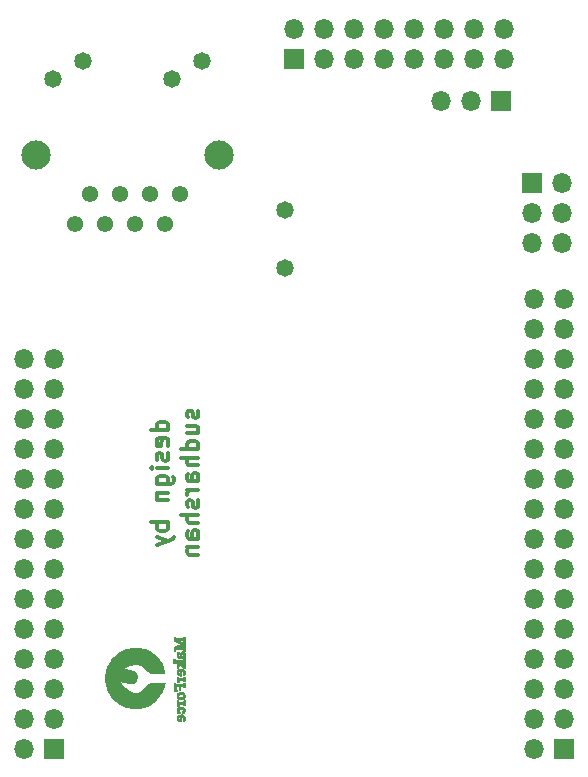
<source format=gbr>
G04 #@! TF.FileFunction,Soldermask,Bot*
%FSLAX46Y46*%
G04 Gerber Fmt 4.6, Leading zero omitted, Abs format (unit mm)*
G04 Created by KiCad (PCBNEW 4.0.5) date 2017 May 23, Tuesday 21:15:10*
%MOMM*%
%LPD*%
G01*
G04 APERTURE LIST*
%ADD10C,0.100000*%
%ADD11C,0.300000*%
%ADD12C,0.010000*%
%ADD13R,1.680000X1.680000*%
%ADD14O,1.680000X1.680000*%
%ADD15C,1.480000*%
%ADD16C,1.380000*%
%ADD17C,2.480000*%
G04 APERTURE END LIST*
D10*
D11*
X134023571Y-94595714D02*
X132523571Y-94595714D01*
X133952143Y-94595714D02*
X134023571Y-94452857D01*
X134023571Y-94167143D01*
X133952143Y-94024285D01*
X133880714Y-93952857D01*
X133737857Y-93881428D01*
X133309286Y-93881428D01*
X133166429Y-93952857D01*
X133095000Y-94024285D01*
X133023571Y-94167143D01*
X133023571Y-94452857D01*
X133095000Y-94595714D01*
X133952143Y-95881428D02*
X134023571Y-95738571D01*
X134023571Y-95452857D01*
X133952143Y-95310000D01*
X133809286Y-95238571D01*
X133237857Y-95238571D01*
X133095000Y-95310000D01*
X133023571Y-95452857D01*
X133023571Y-95738571D01*
X133095000Y-95881428D01*
X133237857Y-95952857D01*
X133380714Y-95952857D01*
X133523571Y-95238571D01*
X133952143Y-96524285D02*
X134023571Y-96667142D01*
X134023571Y-96952857D01*
X133952143Y-97095714D01*
X133809286Y-97167142D01*
X133737857Y-97167142D01*
X133595000Y-97095714D01*
X133523571Y-96952857D01*
X133523571Y-96738571D01*
X133452143Y-96595714D01*
X133309286Y-96524285D01*
X133237857Y-96524285D01*
X133095000Y-96595714D01*
X133023571Y-96738571D01*
X133023571Y-96952857D01*
X133095000Y-97095714D01*
X134023571Y-97810000D02*
X133023571Y-97810000D01*
X132523571Y-97810000D02*
X132595000Y-97738571D01*
X132666429Y-97810000D01*
X132595000Y-97881428D01*
X132523571Y-97810000D01*
X132666429Y-97810000D01*
X133023571Y-99167143D02*
X134237857Y-99167143D01*
X134380714Y-99095714D01*
X134452143Y-99024286D01*
X134523571Y-98881429D01*
X134523571Y-98667143D01*
X134452143Y-98524286D01*
X133952143Y-99167143D02*
X134023571Y-99024286D01*
X134023571Y-98738572D01*
X133952143Y-98595714D01*
X133880714Y-98524286D01*
X133737857Y-98452857D01*
X133309286Y-98452857D01*
X133166429Y-98524286D01*
X133095000Y-98595714D01*
X133023571Y-98738572D01*
X133023571Y-99024286D01*
X133095000Y-99167143D01*
X133023571Y-99881429D02*
X134023571Y-99881429D01*
X133166429Y-99881429D02*
X133095000Y-99952857D01*
X133023571Y-100095715D01*
X133023571Y-100310000D01*
X133095000Y-100452857D01*
X133237857Y-100524286D01*
X134023571Y-100524286D01*
X134023571Y-102381429D02*
X132523571Y-102381429D01*
X133095000Y-102381429D02*
X133023571Y-102524286D01*
X133023571Y-102810000D01*
X133095000Y-102952857D01*
X133166429Y-103024286D01*
X133309286Y-103095715D01*
X133737857Y-103095715D01*
X133880714Y-103024286D01*
X133952143Y-102952857D01*
X134023571Y-102810000D01*
X134023571Y-102524286D01*
X133952143Y-102381429D01*
X133023571Y-103595715D02*
X134023571Y-103952858D01*
X133023571Y-104310000D02*
X134023571Y-103952858D01*
X134380714Y-103810000D01*
X134452143Y-103738572D01*
X134523571Y-103595715D01*
X136502143Y-92917142D02*
X136573571Y-93059999D01*
X136573571Y-93345714D01*
X136502143Y-93488571D01*
X136359286Y-93559999D01*
X136287857Y-93559999D01*
X136145000Y-93488571D01*
X136073571Y-93345714D01*
X136073571Y-93131428D01*
X136002143Y-92988571D01*
X135859286Y-92917142D01*
X135787857Y-92917142D01*
X135645000Y-92988571D01*
X135573571Y-93131428D01*
X135573571Y-93345714D01*
X135645000Y-93488571D01*
X135573571Y-94845714D02*
X136573571Y-94845714D01*
X135573571Y-94202857D02*
X136359286Y-94202857D01*
X136502143Y-94274285D01*
X136573571Y-94417143D01*
X136573571Y-94631428D01*
X136502143Y-94774285D01*
X136430714Y-94845714D01*
X136573571Y-96202857D02*
X135073571Y-96202857D01*
X136502143Y-96202857D02*
X136573571Y-96060000D01*
X136573571Y-95774286D01*
X136502143Y-95631428D01*
X136430714Y-95560000D01*
X136287857Y-95488571D01*
X135859286Y-95488571D01*
X135716429Y-95560000D01*
X135645000Y-95631428D01*
X135573571Y-95774286D01*
X135573571Y-96060000D01*
X135645000Y-96202857D01*
X136573571Y-96917143D02*
X135073571Y-96917143D01*
X136573571Y-97560000D02*
X135787857Y-97560000D01*
X135645000Y-97488571D01*
X135573571Y-97345714D01*
X135573571Y-97131429D01*
X135645000Y-96988571D01*
X135716429Y-96917143D01*
X136573571Y-98917143D02*
X135787857Y-98917143D01*
X135645000Y-98845714D01*
X135573571Y-98702857D01*
X135573571Y-98417143D01*
X135645000Y-98274286D01*
X136502143Y-98917143D02*
X136573571Y-98774286D01*
X136573571Y-98417143D01*
X136502143Y-98274286D01*
X136359286Y-98202857D01*
X136216429Y-98202857D01*
X136073571Y-98274286D01*
X136002143Y-98417143D01*
X136002143Y-98774286D01*
X135930714Y-98917143D01*
X136573571Y-99631429D02*
X135573571Y-99631429D01*
X135859286Y-99631429D02*
X135716429Y-99702857D01*
X135645000Y-99774286D01*
X135573571Y-99917143D01*
X135573571Y-100060000D01*
X136502143Y-100488571D02*
X136573571Y-100631428D01*
X136573571Y-100917143D01*
X136502143Y-101060000D01*
X136359286Y-101131428D01*
X136287857Y-101131428D01*
X136145000Y-101060000D01*
X136073571Y-100917143D01*
X136073571Y-100702857D01*
X136002143Y-100560000D01*
X135859286Y-100488571D01*
X135787857Y-100488571D01*
X135645000Y-100560000D01*
X135573571Y-100702857D01*
X135573571Y-100917143D01*
X135645000Y-101060000D01*
X136573571Y-101774286D02*
X135073571Y-101774286D01*
X136573571Y-102417143D02*
X135787857Y-102417143D01*
X135645000Y-102345714D01*
X135573571Y-102202857D01*
X135573571Y-101988572D01*
X135645000Y-101845714D01*
X135716429Y-101774286D01*
X136573571Y-103774286D02*
X135787857Y-103774286D01*
X135645000Y-103702857D01*
X135573571Y-103560000D01*
X135573571Y-103274286D01*
X135645000Y-103131429D01*
X136502143Y-103774286D02*
X136573571Y-103631429D01*
X136573571Y-103274286D01*
X136502143Y-103131429D01*
X136359286Y-103060000D01*
X136216429Y-103060000D01*
X136073571Y-103131429D01*
X136002143Y-103274286D01*
X136002143Y-103631429D01*
X135930714Y-103774286D01*
X135573571Y-104488572D02*
X136573571Y-104488572D01*
X135716429Y-104488572D02*
X135645000Y-104560000D01*
X135573571Y-104702858D01*
X135573571Y-104917143D01*
X135645000Y-105060000D01*
X135787857Y-105131429D01*
X136573571Y-105131429D01*
D12*
G36*
X134715227Y-113626900D02*
X134722651Y-113692661D01*
X134738306Y-113746396D01*
X134763528Y-113791545D01*
X134791942Y-113824236D01*
X134811621Y-113842369D01*
X134830868Y-113856522D01*
X134852077Y-113867180D01*
X134877640Y-113874832D01*
X134909947Y-113879965D01*
X134951392Y-113883065D01*
X135004367Y-113884620D01*
X135071263Y-113885117D01*
X135090964Y-113885133D01*
X135152280Y-113885198D01*
X135198723Y-113885509D01*
X135232353Y-113886243D01*
X135255228Y-113887577D01*
X135269410Y-113889688D01*
X135276957Y-113892752D01*
X135279930Y-113896945D01*
X135280400Y-113901374D01*
X135282355Y-113923342D01*
X135290476Y-113936326D01*
X135308145Y-113942584D01*
X135338743Y-113944377D01*
X135344806Y-113944400D01*
X135398933Y-113944400D01*
X135398933Y-113725580D01*
X135369402Y-113715833D01*
X135339870Y-113706087D01*
X135365645Y-113674014D01*
X135394096Y-113625922D01*
X135410733Y-113569633D01*
X135414893Y-113509696D01*
X135405909Y-113450662D01*
X135400698Y-113434214D01*
X135374548Y-113384079D01*
X135337089Y-113346176D01*
X135289505Y-113321308D01*
X135232980Y-113310275D01*
X135216900Y-113309772D01*
X135201369Y-113311558D01*
X135201369Y-113497224D01*
X135227667Y-113499852D01*
X135251151Y-113516448D01*
X135267160Y-113543609D01*
X135272339Y-113579361D01*
X135266181Y-113618874D01*
X135262928Y-113628465D01*
X135250669Y-113651188D01*
X135233076Y-113674125D01*
X135231710Y-113675583D01*
X135215183Y-113689887D01*
X135196798Y-113696836D01*
X135169593Y-113698842D01*
X135164516Y-113698867D01*
X135119533Y-113698867D01*
X135119533Y-113639328D01*
X135123325Y-113585444D01*
X135135006Y-113545574D01*
X135155035Y-113518515D01*
X135169246Y-113508929D01*
X135201369Y-113497224D01*
X135201369Y-113311558D01*
X135162380Y-113316042D01*
X135115200Y-113333968D01*
X135079730Y-113361305D01*
X135052883Y-113401250D01*
X135032027Y-113455182D01*
X135017685Y-113521062D01*
X135010382Y-113596851D01*
X135009530Y-113634426D01*
X135009466Y-113701218D01*
X134960036Y-113696736D01*
X134918232Y-113690110D01*
X134889704Y-113678062D01*
X134871203Y-113658866D01*
X134864709Y-113646077D01*
X134856611Y-113614389D01*
X134855560Y-113579748D01*
X134860667Y-113546478D01*
X134871045Y-113518902D01*
X134885804Y-113501344D01*
X134895231Y-113497557D01*
X134921508Y-113493434D01*
X134937727Y-113488354D01*
X134946306Y-113478688D01*
X134949665Y-113460808D01*
X134950221Y-113431084D01*
X134950200Y-113415072D01*
X134950200Y-113343267D01*
X134789577Y-113343267D01*
X134764660Y-113392627D01*
X134734125Y-113465903D01*
X134717928Y-113538692D01*
X134714795Y-113617031D01*
X134715227Y-113626900D01*
X134715227Y-113626900D01*
G37*
X134715227Y-113626900D02*
X134722651Y-113692661D01*
X134738306Y-113746396D01*
X134763528Y-113791545D01*
X134791942Y-113824236D01*
X134811621Y-113842369D01*
X134830868Y-113856522D01*
X134852077Y-113867180D01*
X134877640Y-113874832D01*
X134909947Y-113879965D01*
X134951392Y-113883065D01*
X135004367Y-113884620D01*
X135071263Y-113885117D01*
X135090964Y-113885133D01*
X135152280Y-113885198D01*
X135198723Y-113885509D01*
X135232353Y-113886243D01*
X135255228Y-113887577D01*
X135269410Y-113889688D01*
X135276957Y-113892752D01*
X135279930Y-113896945D01*
X135280400Y-113901374D01*
X135282355Y-113923342D01*
X135290476Y-113936326D01*
X135308145Y-113942584D01*
X135338743Y-113944377D01*
X135344806Y-113944400D01*
X135398933Y-113944400D01*
X135398933Y-113725580D01*
X135369402Y-113715833D01*
X135339870Y-113706087D01*
X135365645Y-113674014D01*
X135394096Y-113625922D01*
X135410733Y-113569633D01*
X135414893Y-113509696D01*
X135405909Y-113450662D01*
X135400698Y-113434214D01*
X135374548Y-113384079D01*
X135337089Y-113346176D01*
X135289505Y-113321308D01*
X135232980Y-113310275D01*
X135216900Y-113309772D01*
X135201369Y-113311558D01*
X135201369Y-113497224D01*
X135227667Y-113499852D01*
X135251151Y-113516448D01*
X135267160Y-113543609D01*
X135272339Y-113579361D01*
X135266181Y-113618874D01*
X135262928Y-113628465D01*
X135250669Y-113651188D01*
X135233076Y-113674125D01*
X135231710Y-113675583D01*
X135215183Y-113689887D01*
X135196798Y-113696836D01*
X135169593Y-113698842D01*
X135164516Y-113698867D01*
X135119533Y-113698867D01*
X135119533Y-113639328D01*
X135123325Y-113585444D01*
X135135006Y-113545574D01*
X135155035Y-113518515D01*
X135169246Y-113508929D01*
X135201369Y-113497224D01*
X135201369Y-113311558D01*
X135162380Y-113316042D01*
X135115200Y-113333968D01*
X135079730Y-113361305D01*
X135052883Y-113401250D01*
X135032027Y-113455182D01*
X135017685Y-113521062D01*
X135010382Y-113596851D01*
X135009530Y-113634426D01*
X135009466Y-113701218D01*
X134960036Y-113696736D01*
X134918232Y-113690110D01*
X134889704Y-113678062D01*
X134871203Y-113658866D01*
X134864709Y-113646077D01*
X134856611Y-113614389D01*
X134855560Y-113579748D01*
X134860667Y-113546478D01*
X134871045Y-113518902D01*
X134885804Y-113501344D01*
X134895231Y-113497557D01*
X134921508Y-113493434D01*
X134937727Y-113488354D01*
X134946306Y-113478688D01*
X134949665Y-113460808D01*
X134950221Y-113431084D01*
X134950200Y-113415072D01*
X134950200Y-113343267D01*
X134789577Y-113343267D01*
X134764660Y-113392627D01*
X134734125Y-113465903D01*
X134717928Y-113538692D01*
X134714795Y-113617031D01*
X134715227Y-113626900D01*
G36*
X134720053Y-115143133D02*
X134740681Y-115206271D01*
X134774826Y-115259505D01*
X134822292Y-115302458D01*
X134838041Y-115312650D01*
X134887777Y-115336046D01*
X134945952Y-115350852D01*
X135015430Y-115357689D01*
X135048979Y-115358333D01*
X135119533Y-115358333D01*
X135119533Y-115159366D01*
X135119580Y-115096388D01*
X135119836Y-115048327D01*
X135120477Y-115013170D01*
X135121675Y-114988902D01*
X135123606Y-114973506D01*
X135126444Y-114964969D01*
X135130363Y-114961276D01*
X135135537Y-114960411D01*
X135136738Y-114960400D01*
X135167625Y-114966772D01*
X135201178Y-114983540D01*
X135230416Y-115007186D01*
X135231225Y-115008040D01*
X135252704Y-115042572D01*
X135264119Y-115087351D01*
X135265357Y-115138924D01*
X135256307Y-115193839D01*
X135238825Y-115244289D01*
X135228758Y-115268034D01*
X135222349Y-115285042D01*
X135221133Y-115289792D01*
X135228402Y-115296535D01*
X135246966Y-115306389D01*
X135271963Y-115317401D01*
X135298530Y-115327616D01*
X135321804Y-115335082D01*
X135336923Y-115337844D01*
X135339424Y-115337316D01*
X135351400Y-115323553D01*
X135365681Y-115297774D01*
X135380354Y-115264365D01*
X135393506Y-115227711D01*
X135403222Y-115192194D01*
X135403672Y-115190110D01*
X135413987Y-115111394D01*
X135411696Y-115035480D01*
X135402374Y-114985800D01*
X135377012Y-114922135D01*
X135337532Y-114867239D01*
X135284827Y-114822046D01*
X135219790Y-114787490D01*
X135208433Y-114783060D01*
X135154267Y-114769181D01*
X135090922Y-114762993D01*
X135024282Y-114764457D01*
X134969575Y-114772208D01*
X134969575Y-114960209D01*
X134981565Y-114962395D01*
X134988426Y-114974918D01*
X134991589Y-114999627D01*
X134992486Y-115038370D01*
X134992533Y-115067315D01*
X134992533Y-115174231D01*
X134956550Y-115168680D01*
X134914488Y-115156050D01*
X134884667Y-115132386D01*
X134866280Y-115098625D01*
X134859435Y-115075206D01*
X134860019Y-115057309D01*
X134868622Y-115035567D01*
X134870513Y-115031658D01*
X134892924Y-115000822D01*
X134924477Y-114979450D01*
X134951023Y-114966510D01*
X134969575Y-114960209D01*
X134969575Y-114772208D01*
X134960234Y-114773532D01*
X134918235Y-114785031D01*
X134850035Y-114816254D01*
X134795322Y-114857644D01*
X134754315Y-114908897D01*
X134727234Y-114969708D01*
X134714298Y-115039771D01*
X134713133Y-115070466D01*
X134720053Y-115143133D01*
X134720053Y-115143133D01*
G37*
X134720053Y-115143133D02*
X134740681Y-115206271D01*
X134774826Y-115259505D01*
X134822292Y-115302458D01*
X134838041Y-115312650D01*
X134887777Y-115336046D01*
X134945952Y-115350852D01*
X135015430Y-115357689D01*
X135048979Y-115358333D01*
X135119533Y-115358333D01*
X135119533Y-115159366D01*
X135119580Y-115096388D01*
X135119836Y-115048327D01*
X135120477Y-115013170D01*
X135121675Y-114988902D01*
X135123606Y-114973506D01*
X135126444Y-114964969D01*
X135130363Y-114961276D01*
X135135537Y-114960411D01*
X135136738Y-114960400D01*
X135167625Y-114966772D01*
X135201178Y-114983540D01*
X135230416Y-115007186D01*
X135231225Y-115008040D01*
X135252704Y-115042572D01*
X135264119Y-115087351D01*
X135265357Y-115138924D01*
X135256307Y-115193839D01*
X135238825Y-115244289D01*
X135228758Y-115268034D01*
X135222349Y-115285042D01*
X135221133Y-115289792D01*
X135228402Y-115296535D01*
X135246966Y-115306389D01*
X135271963Y-115317401D01*
X135298530Y-115327616D01*
X135321804Y-115335082D01*
X135336923Y-115337844D01*
X135339424Y-115337316D01*
X135351400Y-115323553D01*
X135365681Y-115297774D01*
X135380354Y-115264365D01*
X135393506Y-115227711D01*
X135403222Y-115192194D01*
X135403672Y-115190110D01*
X135413987Y-115111394D01*
X135411696Y-115035480D01*
X135402374Y-114985800D01*
X135377012Y-114922135D01*
X135337532Y-114867239D01*
X135284827Y-114822046D01*
X135219790Y-114787490D01*
X135208433Y-114783060D01*
X135154267Y-114769181D01*
X135090922Y-114762993D01*
X135024282Y-114764457D01*
X134969575Y-114772208D01*
X134969575Y-114960209D01*
X134981565Y-114962395D01*
X134988426Y-114974918D01*
X134991589Y-114999627D01*
X134992486Y-115038370D01*
X134992533Y-115067315D01*
X134992533Y-115174231D01*
X134956550Y-115168680D01*
X134914488Y-115156050D01*
X134884667Y-115132386D01*
X134866280Y-115098625D01*
X134859435Y-115075206D01*
X134860019Y-115057309D01*
X134868622Y-115035567D01*
X134870513Y-115031658D01*
X134892924Y-115000822D01*
X134924477Y-114979450D01*
X134951023Y-114966510D01*
X134969575Y-114960209D01*
X134969575Y-114772208D01*
X134960234Y-114773532D01*
X134918235Y-114785031D01*
X134850035Y-114816254D01*
X134795322Y-114857644D01*
X134754315Y-114908897D01*
X134727234Y-114969708D01*
X134714298Y-115039771D01*
X134713133Y-115070466D01*
X134720053Y-115143133D01*
G36*
X134717929Y-117109058D02*
X134720041Y-117141419D01*
X134724338Y-117166027D01*
X134731455Y-117187460D01*
X134735846Y-117197503D01*
X134773269Y-117258998D01*
X134822992Y-117309461D01*
X134883468Y-117347607D01*
X134943069Y-117369626D01*
X134985162Y-117377062D01*
X135037153Y-117380770D01*
X135092419Y-117380751D01*
X135144339Y-117377004D01*
X135185930Y-117369626D01*
X135247906Y-117345649D01*
X135303803Y-117309567D01*
X135350574Y-117264055D01*
X135385168Y-117211788D01*
X135396644Y-117184826D01*
X135405664Y-117146912D01*
X135411024Y-117099184D01*
X135412475Y-117048414D01*
X135409768Y-117001374D01*
X135404506Y-116971233D01*
X135380542Y-116907072D01*
X135344284Y-116853609D01*
X135294660Y-116809585D01*
X135239347Y-116777780D01*
X135216278Y-116767174D01*
X135196958Y-116759831D01*
X135177457Y-116755152D01*
X135153850Y-116752538D01*
X135122209Y-116751389D01*
X135078607Y-116751106D01*
X135064500Y-116751100D01*
X135064500Y-116937367D01*
X135108489Y-116937874D01*
X135140032Y-116939825D01*
X135163598Y-116943860D01*
X135183656Y-116950619D01*
X135195733Y-116956183D01*
X135232880Y-116982422D01*
X135257123Y-117016337D01*
X135267543Y-117054875D01*
X135263221Y-117094981D01*
X135247378Y-117127867D01*
X135231531Y-117143817D01*
X135206915Y-117161276D01*
X135191060Y-117170200D01*
X135168838Y-117180301D01*
X135147400Y-117186611D01*
X135121673Y-117189978D01*
X135086586Y-117191251D01*
X135064500Y-117191367D01*
X135022991Y-117190809D01*
X134993323Y-117188572D01*
X134970423Y-117183806D01*
X134949218Y-117175664D01*
X134937940Y-117170200D01*
X134898602Y-117145270D01*
X134874421Y-117116872D01*
X134863654Y-117082597D01*
X134862711Y-117066269D01*
X134870153Y-117021891D01*
X134892339Y-116985787D01*
X134929058Y-116958285D01*
X134933082Y-116956237D01*
X134953241Y-116947534D01*
X134974205Y-116941944D01*
X135000452Y-116938825D01*
X135036460Y-116937532D01*
X135064500Y-116937367D01*
X135064500Y-116751100D01*
X135017056Y-116751253D01*
X134982617Y-116752114D01*
X134957257Y-116754280D01*
X134937048Y-116758352D01*
X134918063Y-116764928D01*
X134896374Y-116774608D01*
X134889653Y-116777780D01*
X134826702Y-116816031D01*
X134776477Y-116864828D01*
X134739807Y-116923368D01*
X134739786Y-116923414D01*
X134729616Y-116946899D01*
X134723060Y-116968395D01*
X134719348Y-116992750D01*
X134717708Y-117024808D01*
X134717366Y-117064367D01*
X134717929Y-117109058D01*
X134717929Y-117109058D01*
G37*
X134717929Y-117109058D02*
X134720041Y-117141419D01*
X134724338Y-117166027D01*
X134731455Y-117187460D01*
X134735846Y-117197503D01*
X134773269Y-117258998D01*
X134822992Y-117309461D01*
X134883468Y-117347607D01*
X134943069Y-117369626D01*
X134985162Y-117377062D01*
X135037153Y-117380770D01*
X135092419Y-117380751D01*
X135144339Y-117377004D01*
X135185930Y-117369626D01*
X135247906Y-117345649D01*
X135303803Y-117309567D01*
X135350574Y-117264055D01*
X135385168Y-117211788D01*
X135396644Y-117184826D01*
X135405664Y-117146912D01*
X135411024Y-117099184D01*
X135412475Y-117048414D01*
X135409768Y-117001374D01*
X135404506Y-116971233D01*
X135380542Y-116907072D01*
X135344284Y-116853609D01*
X135294660Y-116809585D01*
X135239347Y-116777780D01*
X135216278Y-116767174D01*
X135196958Y-116759831D01*
X135177457Y-116755152D01*
X135153850Y-116752538D01*
X135122209Y-116751389D01*
X135078607Y-116751106D01*
X135064500Y-116751100D01*
X135064500Y-116937367D01*
X135108489Y-116937874D01*
X135140032Y-116939825D01*
X135163598Y-116943860D01*
X135183656Y-116950619D01*
X135195733Y-116956183D01*
X135232880Y-116982422D01*
X135257123Y-117016337D01*
X135267543Y-117054875D01*
X135263221Y-117094981D01*
X135247378Y-117127867D01*
X135231531Y-117143817D01*
X135206915Y-117161276D01*
X135191060Y-117170200D01*
X135168838Y-117180301D01*
X135147400Y-117186611D01*
X135121673Y-117189978D01*
X135086586Y-117191251D01*
X135064500Y-117191367D01*
X135022991Y-117190809D01*
X134993323Y-117188572D01*
X134970423Y-117183806D01*
X134949218Y-117175664D01*
X134937940Y-117170200D01*
X134898602Y-117145270D01*
X134874421Y-117116872D01*
X134863654Y-117082597D01*
X134862711Y-117066269D01*
X134870153Y-117021891D01*
X134892339Y-116985787D01*
X134929058Y-116958285D01*
X134933082Y-116956237D01*
X134953241Y-116947534D01*
X134974205Y-116941944D01*
X135000452Y-116938825D01*
X135036460Y-116937532D01*
X135064500Y-116937367D01*
X135064500Y-116751100D01*
X135017056Y-116751253D01*
X134982617Y-116752114D01*
X134957257Y-116754280D01*
X134937048Y-116758352D01*
X134918063Y-116764928D01*
X134896374Y-116774608D01*
X134889653Y-116777780D01*
X134826702Y-116816031D01*
X134776477Y-116864828D01*
X134739807Y-116923368D01*
X134739786Y-116923414D01*
X134729616Y-116946899D01*
X134723060Y-116968395D01*
X134719348Y-116992750D01*
X134717708Y-117024808D01*
X134717366Y-117064367D01*
X134717929Y-117109058D01*
G36*
X134721197Y-118384524D02*
X134736025Y-118445463D01*
X134757678Y-118498737D01*
X134779664Y-118533051D01*
X134803853Y-118562966D01*
X134992533Y-118567754D01*
X134992533Y-118487044D01*
X134991575Y-118444329D01*
X134988742Y-118417310D01*
X134984095Y-118406519D01*
X134983253Y-118406333D01*
X134970421Y-118404105D01*
X134947347Y-118398376D01*
X134929008Y-118393262D01*
X134900720Y-118383345D01*
X134883492Y-118371604D01*
X134871612Y-118353892D01*
X134869902Y-118350389D01*
X134860307Y-118311595D01*
X134865217Y-118270920D01*
X134883841Y-118233747D01*
X134887734Y-118228848D01*
X134917274Y-118203385D01*
X134957014Y-118186170D01*
X135008782Y-118176655D01*
X135070274Y-118174246D01*
X135137561Y-118178566D01*
X135190073Y-118190376D01*
X135228380Y-118210003D01*
X135253048Y-118237770D01*
X135264648Y-118274003D01*
X135265639Y-118285910D01*
X135261035Y-118327573D01*
X135245112Y-118361894D01*
X135220016Y-118386091D01*
X135187893Y-118397385D01*
X135179220Y-118397866D01*
X135171518Y-118398884D01*
X135166509Y-118403927D01*
X135163617Y-118415979D01*
X135162266Y-118438024D01*
X135161880Y-118473047D01*
X135161866Y-118487728D01*
X135161866Y-118577589D01*
X135202083Y-118571815D01*
X135261596Y-118555378D01*
X135312850Y-118525453D01*
X135354841Y-118483853D01*
X135386565Y-118432392D01*
X135407018Y-118372882D01*
X135415196Y-118307137D01*
X135410094Y-118236969D01*
X135403937Y-118207366D01*
X135379804Y-118141009D01*
X135343246Y-118086052D01*
X135294496Y-118042650D01*
X135233790Y-118010959D01*
X135161362Y-117991133D01*
X135077446Y-117983326D01*
X135064500Y-117983201D01*
X134979187Y-117989419D01*
X134905065Y-118007973D01*
X134842364Y-118038715D01*
X134791315Y-118081496D01*
X134752148Y-118136168D01*
X134725266Y-118201987D01*
X134715057Y-118258160D01*
X134713954Y-118320548D01*
X134721197Y-118384524D01*
X134721197Y-118384524D01*
G37*
X134721197Y-118384524D02*
X134736025Y-118445463D01*
X134757678Y-118498737D01*
X134779664Y-118533051D01*
X134803853Y-118562966D01*
X134992533Y-118567754D01*
X134992533Y-118487044D01*
X134991575Y-118444329D01*
X134988742Y-118417310D01*
X134984095Y-118406519D01*
X134983253Y-118406333D01*
X134970421Y-118404105D01*
X134947347Y-118398376D01*
X134929008Y-118393262D01*
X134900720Y-118383345D01*
X134883492Y-118371604D01*
X134871612Y-118353892D01*
X134869902Y-118350389D01*
X134860307Y-118311595D01*
X134865217Y-118270920D01*
X134883841Y-118233747D01*
X134887734Y-118228848D01*
X134917274Y-118203385D01*
X134957014Y-118186170D01*
X135008782Y-118176655D01*
X135070274Y-118174246D01*
X135137561Y-118178566D01*
X135190073Y-118190376D01*
X135228380Y-118210003D01*
X135253048Y-118237770D01*
X135264648Y-118274003D01*
X135265639Y-118285910D01*
X135261035Y-118327573D01*
X135245112Y-118361894D01*
X135220016Y-118386091D01*
X135187893Y-118397385D01*
X135179220Y-118397866D01*
X135171518Y-118398884D01*
X135166509Y-118403927D01*
X135163617Y-118415979D01*
X135162266Y-118438024D01*
X135161880Y-118473047D01*
X135161866Y-118487728D01*
X135161866Y-118577589D01*
X135202083Y-118571815D01*
X135261596Y-118555378D01*
X135312850Y-118525453D01*
X135354841Y-118483853D01*
X135386565Y-118432392D01*
X135407018Y-118372882D01*
X135415196Y-118307137D01*
X135410094Y-118236969D01*
X135403937Y-118207366D01*
X135379804Y-118141009D01*
X135343246Y-118086052D01*
X135294496Y-118042650D01*
X135233790Y-118010959D01*
X135161362Y-117991133D01*
X135077446Y-117983326D01*
X135064500Y-117983201D01*
X134979187Y-117989419D01*
X134905065Y-118007973D01*
X134842364Y-118038715D01*
X134791315Y-118081496D01*
X134752148Y-118136168D01*
X134725266Y-118201987D01*
X134715057Y-118258160D01*
X134713954Y-118320548D01*
X134721197Y-118384524D01*
G36*
X134721684Y-119034250D02*
X134736319Y-119085607D01*
X134738275Y-119090266D01*
X134770552Y-119144375D01*
X134815120Y-119186842D01*
X134871982Y-119217669D01*
X134941139Y-119236856D01*
X135022596Y-119244405D01*
X135035758Y-119244533D01*
X135119533Y-119244533D01*
X135119533Y-119045566D01*
X135119513Y-118979601D01*
X135119862Y-118928924D01*
X135121199Y-118891894D01*
X135124139Y-118866867D01*
X135129300Y-118852203D01*
X135137299Y-118846258D01*
X135148751Y-118847389D01*
X135164274Y-118853955D01*
X135184484Y-118864312D01*
X135187094Y-118865650D01*
X135225925Y-118892118D01*
X135251471Y-118925912D01*
X135264420Y-118968679D01*
X135265459Y-119022062D01*
X135262712Y-119046629D01*
X135255673Y-119081938D01*
X135245568Y-119116101D01*
X135237553Y-119135472D01*
X135227616Y-119157866D01*
X135222905Y-119174447D01*
X135223012Y-119178204D01*
X135231720Y-119185574D01*
X135251910Y-119196827D01*
X135279321Y-119209604D01*
X135281071Y-119210355D01*
X135336260Y-119233898D01*
X135354629Y-119205876D01*
X135379133Y-119157202D01*
X135397687Y-119097744D01*
X135409460Y-119032859D01*
X135413621Y-118967905D01*
X135409337Y-118908239D01*
X135404475Y-118884700D01*
X135379492Y-118818980D01*
X135341810Y-118761382D01*
X135293489Y-118714578D01*
X135253851Y-118689366D01*
X135202237Y-118669633D01*
X135140229Y-118656952D01*
X135073013Y-118651735D01*
X135005773Y-118654395D01*
X134992533Y-118656694D01*
X134992533Y-118846277D01*
X134992533Y-119060469D01*
X134953790Y-119056102D01*
X134913644Y-119044533D01*
X134883481Y-119021774D01*
X134865102Y-118990685D01*
X134860305Y-118954127D01*
X134868441Y-118920434D01*
X134889139Y-118891656D01*
X134923645Y-118868178D01*
X134969179Y-118851890D01*
X134969250Y-118851873D01*
X134992533Y-118846277D01*
X134992533Y-118656694D01*
X134945629Y-118664840D01*
X134879874Y-118689206D01*
X134822124Y-118725454D01*
X134774670Y-118771523D01*
X134739801Y-118825350D01*
X134724966Y-118863533D01*
X134715591Y-118916109D01*
X134714636Y-118975383D01*
X134721684Y-119034250D01*
X134721684Y-119034250D01*
G37*
X134721684Y-119034250D02*
X134736319Y-119085607D01*
X134738275Y-119090266D01*
X134770552Y-119144375D01*
X134815120Y-119186842D01*
X134871982Y-119217669D01*
X134941139Y-119236856D01*
X135022596Y-119244405D01*
X135035758Y-119244533D01*
X135119533Y-119244533D01*
X135119533Y-119045566D01*
X135119513Y-118979601D01*
X135119862Y-118928924D01*
X135121199Y-118891894D01*
X135124139Y-118866867D01*
X135129300Y-118852203D01*
X135137299Y-118846258D01*
X135148751Y-118847389D01*
X135164274Y-118853955D01*
X135184484Y-118864312D01*
X135187094Y-118865650D01*
X135225925Y-118892118D01*
X135251471Y-118925912D01*
X135264420Y-118968679D01*
X135265459Y-119022062D01*
X135262712Y-119046629D01*
X135255673Y-119081938D01*
X135245568Y-119116101D01*
X135237553Y-119135472D01*
X135227616Y-119157866D01*
X135222905Y-119174447D01*
X135223012Y-119178204D01*
X135231720Y-119185574D01*
X135251910Y-119196827D01*
X135279321Y-119209604D01*
X135281071Y-119210355D01*
X135336260Y-119233898D01*
X135354629Y-119205876D01*
X135379133Y-119157202D01*
X135397687Y-119097744D01*
X135409460Y-119032859D01*
X135413621Y-118967905D01*
X135409337Y-118908239D01*
X135404475Y-118884700D01*
X135379492Y-118818980D01*
X135341810Y-118761382D01*
X135293489Y-118714578D01*
X135253851Y-118689366D01*
X135202237Y-118669633D01*
X135140229Y-118656952D01*
X135073013Y-118651735D01*
X135005773Y-118654395D01*
X134992533Y-118656694D01*
X134992533Y-118846277D01*
X134992533Y-119060469D01*
X134953790Y-119056102D01*
X134913644Y-119044533D01*
X134883481Y-119021774D01*
X134865102Y-118990685D01*
X134860305Y-118954127D01*
X134868441Y-118920434D01*
X134889139Y-118891656D01*
X134923645Y-118868178D01*
X134969179Y-118851890D01*
X134969250Y-118851873D01*
X134992533Y-118846277D01*
X134992533Y-118656694D01*
X134945629Y-118664840D01*
X134879874Y-118689206D01*
X134822124Y-118725454D01*
X134774670Y-118771523D01*
X134739801Y-118825350D01*
X134724966Y-118863533D01*
X134715591Y-118916109D01*
X134714636Y-118975383D01*
X134721684Y-119034250D01*
G36*
X134551165Y-113241666D02*
X134609330Y-113241667D01*
X134619324Y-113190866D01*
X134629319Y-113140066D01*
X135270011Y-113140066D01*
X135277322Y-113188750D01*
X135284633Y-113237433D01*
X135341783Y-113239937D01*
X135398933Y-113242440D01*
X135398933Y-112859893D01*
X135341783Y-112862396D01*
X135284633Y-112864900D01*
X135277309Y-112908046D01*
X135269986Y-112951193D01*
X135082576Y-112956850D01*
X135022940Y-112958749D01*
X134964458Y-112960792D01*
X134910848Y-112962834D01*
X134865827Y-112964734D01*
X134833112Y-112966347D01*
X134827433Y-112966680D01*
X134797346Y-112968065D01*
X134776315Y-112968112D01*
X134767692Y-112966852D01*
X134768166Y-112966140D01*
X134777768Y-112962290D01*
X134801518Y-112953331D01*
X134837644Y-112939916D01*
X134884371Y-112922699D01*
X134939925Y-112902332D01*
X135002533Y-112879469D01*
X135070420Y-112854763D01*
X135085666Y-112849226D01*
X135394700Y-112737025D01*
X135396999Y-112669729D01*
X135399299Y-112602433D01*
X135082125Y-112488330D01*
X135012894Y-112463334D01*
X134949009Y-112440097D01*
X134892145Y-112419239D01*
X134843973Y-112401381D01*
X134806167Y-112387147D01*
X134780401Y-112377156D01*
X134768347Y-112372031D01*
X134767667Y-112371511D01*
X134776550Y-112371107D01*
X134799776Y-112371549D01*
X134834778Y-112372746D01*
X134878991Y-112374608D01*
X134929849Y-112377045D01*
X134941965Y-112377664D01*
X135000476Y-112380479D01*
X135059070Y-112382926D01*
X135113460Y-112384852D01*
X135159362Y-112386105D01*
X135191550Y-112386533D01*
X135269552Y-112386533D01*
X135277092Y-112430983D01*
X135284633Y-112475433D01*
X135341783Y-112477937D01*
X135398933Y-112480440D01*
X135398933Y-112097893D01*
X135341783Y-112100396D01*
X135284633Y-112102900D01*
X135270011Y-112200266D01*
X134629319Y-112200266D01*
X134619324Y-112149466D01*
X134609330Y-112098666D01*
X134493000Y-112098666D01*
X134493044Y-112270116D01*
X134493087Y-112441567D01*
X134795727Y-112545937D01*
X134864786Y-112569798D01*
X134929595Y-112592276D01*
X134988219Y-112612694D01*
X135038722Y-112630373D01*
X135079170Y-112644637D01*
X135107627Y-112654807D01*
X135122158Y-112660206D01*
X135122656Y-112660410D01*
X135127846Y-112663192D01*
X135129377Y-112666426D01*
X135125928Y-112670650D01*
X135116184Y-112676405D01*
X135098824Y-112684230D01*
X135072532Y-112694664D01*
X135035988Y-112708249D01*
X134987874Y-112725523D01*
X134926872Y-112747026D01*
X134851664Y-112773298D01*
X134819973Y-112784336D01*
X134493000Y-112898160D01*
X134493000Y-113241666D01*
X134551165Y-113241666D01*
X134551165Y-113241666D01*
G37*
X134551165Y-113241666D02*
X134609330Y-113241667D01*
X134619324Y-113190866D01*
X134629319Y-113140066D01*
X135270011Y-113140066D01*
X135277322Y-113188750D01*
X135284633Y-113237433D01*
X135341783Y-113239937D01*
X135398933Y-113242440D01*
X135398933Y-112859893D01*
X135341783Y-112862396D01*
X135284633Y-112864900D01*
X135277309Y-112908046D01*
X135269986Y-112951193D01*
X135082576Y-112956850D01*
X135022940Y-112958749D01*
X134964458Y-112960792D01*
X134910848Y-112962834D01*
X134865827Y-112964734D01*
X134833112Y-112966347D01*
X134827433Y-112966680D01*
X134797346Y-112968065D01*
X134776315Y-112968112D01*
X134767692Y-112966852D01*
X134768166Y-112966140D01*
X134777768Y-112962290D01*
X134801518Y-112953331D01*
X134837644Y-112939916D01*
X134884371Y-112922699D01*
X134939925Y-112902332D01*
X135002533Y-112879469D01*
X135070420Y-112854763D01*
X135085666Y-112849226D01*
X135394700Y-112737025D01*
X135396999Y-112669729D01*
X135399299Y-112602433D01*
X135082125Y-112488330D01*
X135012894Y-112463334D01*
X134949009Y-112440097D01*
X134892145Y-112419239D01*
X134843973Y-112401381D01*
X134806167Y-112387147D01*
X134780401Y-112377156D01*
X134768347Y-112372031D01*
X134767667Y-112371511D01*
X134776550Y-112371107D01*
X134799776Y-112371549D01*
X134834778Y-112372746D01*
X134878991Y-112374608D01*
X134929849Y-112377045D01*
X134941965Y-112377664D01*
X135000476Y-112380479D01*
X135059070Y-112382926D01*
X135113460Y-112384852D01*
X135159362Y-112386105D01*
X135191550Y-112386533D01*
X135269552Y-112386533D01*
X135277092Y-112430983D01*
X135284633Y-112475433D01*
X135341783Y-112477937D01*
X135398933Y-112480440D01*
X135398933Y-112097893D01*
X135341783Y-112100396D01*
X135284633Y-112102900D01*
X135270011Y-112200266D01*
X134629319Y-112200266D01*
X134619324Y-112149466D01*
X134609330Y-112098666D01*
X134493000Y-112098666D01*
X134493044Y-112270116D01*
X134493087Y-112441567D01*
X134795727Y-112545937D01*
X134864786Y-112569798D01*
X134929595Y-112592276D01*
X134988219Y-112612694D01*
X135038722Y-112630373D01*
X135079170Y-112644637D01*
X135107627Y-112654807D01*
X135122158Y-112660206D01*
X135122656Y-112660410D01*
X135127846Y-112663192D01*
X135129377Y-112666426D01*
X135125928Y-112670650D01*
X135116184Y-112676405D01*
X135098824Y-112684230D01*
X135072532Y-112694664D01*
X135035988Y-112708249D01*
X134987874Y-112725523D01*
X134926872Y-112747026D01*
X134851664Y-112773298D01*
X134819973Y-112784336D01*
X134493000Y-112898160D01*
X134493000Y-113241666D01*
X134551165Y-113241666D01*
G36*
X134704666Y-114266133D02*
X134780774Y-114266167D01*
X134841648Y-114266335D01*
X134888985Y-114266737D01*
X134924485Y-114267470D01*
X134949848Y-114268635D01*
X134966770Y-114270331D01*
X134976952Y-114272657D01*
X134982091Y-114275711D01*
X134983887Y-114279594D01*
X134984066Y-114282439D01*
X134976532Y-114296803D01*
X134954259Y-114318084D01*
X134918450Y-114345306D01*
X134852833Y-114391868D01*
X134845258Y-114367100D01*
X134840450Y-114354045D01*
X134833238Y-114346638D01*
X134819388Y-114343279D01*
X134794662Y-114342369D01*
X134779642Y-114342333D01*
X134721600Y-114342333D01*
X134721600Y-114681000D01*
X134839480Y-114681000D01*
X134848730Y-114645016D01*
X134854741Y-114621786D01*
X134858889Y-114606047D01*
X134859639Y-114603323D01*
X134866755Y-114596381D01*
X134884872Y-114581758D01*
X134911218Y-114561624D01*
X134941733Y-114539083D01*
X135022166Y-114480553D01*
X135146897Y-114563876D01*
X135194187Y-114595921D01*
X135228841Y-114620615D01*
X135252669Y-114639446D01*
X135267483Y-114653900D01*
X135275090Y-114665461D01*
X135276721Y-114670450D01*
X135281654Y-114691505D01*
X135285075Y-114704283D01*
X135295972Y-114711045D01*
X135323452Y-114714436D01*
X135343634Y-114714866D01*
X135398933Y-114714866D01*
X135398933Y-114401600D01*
X135344321Y-114401600D01*
X135311130Y-114402872D01*
X135291486Y-114407144D01*
X135282367Y-114414718D01*
X135276988Y-114419330D01*
X135267020Y-114418388D01*
X135249898Y-114410845D01*
X135223056Y-114395655D01*
X135197279Y-114380017D01*
X135163009Y-114358710D01*
X135140659Y-114343556D01*
X135127682Y-114331906D01*
X135121531Y-114321113D01*
X135119661Y-114308527D01*
X135119533Y-114299166D01*
X135119533Y-114266133D01*
X135269527Y-114266133D01*
X135277090Y-114302117D01*
X135284652Y-114338100D01*
X135341792Y-114340603D01*
X135398933Y-114343107D01*
X135398933Y-113985959D01*
X135284739Y-113990967D01*
X135277420Y-114031183D01*
X135270101Y-114071400D01*
X134562618Y-114071400D01*
X134556991Y-114039650D01*
X134551084Y-114008264D01*
X134544435Y-113989945D01*
X134532863Y-113981180D01*
X134512189Y-113978456D01*
X134483963Y-113978267D01*
X134425266Y-113978267D01*
X134425266Y-114266133D01*
X134704666Y-114266133D01*
X134704666Y-114266133D01*
G37*
X134704666Y-114266133D02*
X134780774Y-114266167D01*
X134841648Y-114266335D01*
X134888985Y-114266737D01*
X134924485Y-114267470D01*
X134949848Y-114268635D01*
X134966770Y-114270331D01*
X134976952Y-114272657D01*
X134982091Y-114275711D01*
X134983887Y-114279594D01*
X134984066Y-114282439D01*
X134976532Y-114296803D01*
X134954259Y-114318084D01*
X134918450Y-114345306D01*
X134852833Y-114391868D01*
X134845258Y-114367100D01*
X134840450Y-114354045D01*
X134833238Y-114346638D01*
X134819388Y-114343279D01*
X134794662Y-114342369D01*
X134779642Y-114342333D01*
X134721600Y-114342333D01*
X134721600Y-114681000D01*
X134839480Y-114681000D01*
X134848730Y-114645016D01*
X134854741Y-114621786D01*
X134858889Y-114606047D01*
X134859639Y-114603323D01*
X134866755Y-114596381D01*
X134884872Y-114581758D01*
X134911218Y-114561624D01*
X134941733Y-114539083D01*
X135022166Y-114480553D01*
X135146897Y-114563876D01*
X135194187Y-114595921D01*
X135228841Y-114620615D01*
X135252669Y-114639446D01*
X135267483Y-114653900D01*
X135275090Y-114665461D01*
X135276721Y-114670450D01*
X135281654Y-114691505D01*
X135285075Y-114704283D01*
X135295972Y-114711045D01*
X135323452Y-114714436D01*
X135343634Y-114714866D01*
X135398933Y-114714866D01*
X135398933Y-114401600D01*
X135344321Y-114401600D01*
X135311130Y-114402872D01*
X135291486Y-114407144D01*
X135282367Y-114414718D01*
X135276988Y-114419330D01*
X135267020Y-114418388D01*
X135249898Y-114410845D01*
X135223056Y-114395655D01*
X135197279Y-114380017D01*
X135163009Y-114358710D01*
X135140659Y-114343556D01*
X135127682Y-114331906D01*
X135121531Y-114321113D01*
X135119661Y-114308527D01*
X135119533Y-114299166D01*
X135119533Y-114266133D01*
X135269527Y-114266133D01*
X135277090Y-114302117D01*
X135284652Y-114338100D01*
X135341792Y-114340603D01*
X135398933Y-114343107D01*
X135398933Y-113985959D01*
X135284739Y-113990967D01*
X135277420Y-114031183D01*
X135270101Y-114071400D01*
X134562618Y-114071400D01*
X134556991Y-114039650D01*
X134551084Y-114008264D01*
X134544435Y-113989945D01*
X134532863Y-113981180D01*
X134512189Y-113978456D01*
X134483963Y-113978267D01*
X134425266Y-113978267D01*
X134425266Y-114266133D01*
X134704666Y-114266133D01*
G36*
X134714430Y-115905697D02*
X134719109Y-115919586D01*
X134720203Y-115920503D01*
X134731178Y-115921474D01*
X134754920Y-115920518D01*
X134787402Y-115917861D01*
X134809103Y-115915578D01*
X134890933Y-115906282D01*
X134890933Y-115852021D01*
X134893130Y-115815863D01*
X134898971Y-115785496D01*
X134903585Y-115773293D01*
X134913133Y-115756457D01*
X134923620Y-115743804D01*
X134937479Y-115734738D01*
X134957141Y-115728667D01*
X134985041Y-115724993D01*
X135023611Y-115723124D01*
X135075284Y-115722463D01*
X135111760Y-115722400D01*
X135269552Y-115722400D01*
X135277092Y-115766850D01*
X135284633Y-115811300D01*
X135341783Y-115813803D01*
X135398933Y-115816307D01*
X135398933Y-115450693D01*
X135341836Y-115453196D01*
X135284739Y-115455700D01*
X135277420Y-115495917D01*
X135270101Y-115536133D01*
X134858951Y-115536133D01*
X134853324Y-115504383D01*
X134847418Y-115472997D01*
X134840769Y-115454678D01*
X134829197Y-115445914D01*
X134808522Y-115443190D01*
X134780296Y-115443000D01*
X134721600Y-115443000D01*
X134721600Y-115713933D01*
X134746307Y-115713933D01*
X134774667Y-115715619D01*
X134787087Y-115721430D01*
X134784293Y-115732493D01*
X134768594Y-115748560D01*
X134747042Y-115771512D01*
X134729418Y-115796953D01*
X134726773Y-115802048D01*
X134719629Y-115824346D01*
X134714990Y-115852663D01*
X134713157Y-115881585D01*
X134714430Y-115905697D01*
X134714430Y-115905697D01*
G37*
X134714430Y-115905697D02*
X134719109Y-115919586D01*
X134720203Y-115920503D01*
X134731178Y-115921474D01*
X134754920Y-115920518D01*
X134787402Y-115917861D01*
X134809103Y-115915578D01*
X134890933Y-115906282D01*
X134890933Y-115852021D01*
X134893130Y-115815863D01*
X134898971Y-115785496D01*
X134903585Y-115773293D01*
X134913133Y-115756457D01*
X134923620Y-115743804D01*
X134937479Y-115734738D01*
X134957141Y-115728667D01*
X134985041Y-115724993D01*
X135023611Y-115723124D01*
X135075284Y-115722463D01*
X135111760Y-115722400D01*
X135269552Y-115722400D01*
X135277092Y-115766850D01*
X135284633Y-115811300D01*
X135341783Y-115813803D01*
X135398933Y-115816307D01*
X135398933Y-115450693D01*
X135341836Y-115453196D01*
X135284739Y-115455700D01*
X135277420Y-115495917D01*
X135270101Y-115536133D01*
X134858951Y-115536133D01*
X134853324Y-115504383D01*
X134847418Y-115472997D01*
X134840769Y-115454678D01*
X134829197Y-115445914D01*
X134808522Y-115443190D01*
X134780296Y-115443000D01*
X134721600Y-115443000D01*
X134721600Y-115713933D01*
X134746307Y-115713933D01*
X134774667Y-115715619D01*
X134787087Y-115721430D01*
X134784293Y-115732493D01*
X134768594Y-115748560D01*
X134747042Y-115771512D01*
X134729418Y-115796953D01*
X134726773Y-115802048D01*
X134719629Y-115824346D01*
X134714990Y-115852663D01*
X134713157Y-115881585D01*
X134714430Y-115905697D01*
G36*
X134747000Y-116696067D02*
X134747000Y-116544475D01*
X134641166Y-116539433D01*
X134638845Y-116397617D01*
X134636524Y-116255800D01*
X134882466Y-116255800D01*
X134882466Y-116569067D01*
X135026400Y-116569067D01*
X135026400Y-116255800D01*
X135269552Y-116255800D01*
X135277092Y-116300250D01*
X135284633Y-116344700D01*
X135341783Y-116347203D01*
X135398933Y-116349707D01*
X135398933Y-115967159D01*
X135284633Y-115972167D01*
X135277092Y-116016617D01*
X135269552Y-116061067D01*
X134949580Y-116061067D01*
X134866871Y-116061156D01*
X134799486Y-116061226D01*
X134745815Y-116060982D01*
X134704250Y-116060129D01*
X134673184Y-116058371D01*
X134651008Y-116055414D01*
X134636113Y-116050961D01*
X134626891Y-116044718D01*
X134621735Y-116036388D01*
X134619036Y-116025678D01*
X134617185Y-116012291D01*
X134615276Y-115999683D01*
X134609649Y-115967933D01*
X134493000Y-115967933D01*
X134493000Y-116696067D01*
X134747000Y-116696067D01*
X134747000Y-116696067D01*
G37*
X134747000Y-116696067D02*
X134747000Y-116544475D01*
X134641166Y-116539433D01*
X134638845Y-116397617D01*
X134636524Y-116255800D01*
X134882466Y-116255800D01*
X134882466Y-116569067D01*
X135026400Y-116569067D01*
X135026400Y-116255800D01*
X135269552Y-116255800D01*
X135277092Y-116300250D01*
X135284633Y-116344700D01*
X135341783Y-116347203D01*
X135398933Y-116349707D01*
X135398933Y-115967159D01*
X135284633Y-115972167D01*
X135277092Y-116016617D01*
X135269552Y-116061067D01*
X134949580Y-116061067D01*
X134866871Y-116061156D01*
X134799486Y-116061226D01*
X134745815Y-116060982D01*
X134704250Y-116060129D01*
X134673184Y-116058371D01*
X134651008Y-116055414D01*
X134636113Y-116050961D01*
X134626891Y-116044718D01*
X134621735Y-116036388D01*
X134619036Y-116025678D01*
X134617185Y-116012291D01*
X134615276Y-115999683D01*
X134609649Y-115967933D01*
X134493000Y-115967933D01*
X134493000Y-116696067D01*
X134747000Y-116696067D01*
G36*
X134714825Y-117892479D02*
X134717366Y-117936433D01*
X134776633Y-117934639D01*
X134811277Y-117932995D01*
X134843105Y-117930477D01*
X134863416Y-117927906D01*
X134878757Y-117924434D01*
X134886973Y-117918120D01*
X134890289Y-117904531D01*
X134890930Y-117879237D01*
X134890933Y-117873101D01*
X134893636Y-117827958D01*
X134902635Y-117794625D01*
X134919268Y-117768721D01*
X134924462Y-117763205D01*
X134931415Y-117757229D01*
X134940250Y-117752814D01*
X134953429Y-117749724D01*
X134973416Y-117747726D01*
X135002675Y-117746584D01*
X135043668Y-117746065D01*
X135098859Y-117745934D01*
X135105917Y-117745933D01*
X135270101Y-117745933D01*
X135277420Y-117786150D01*
X135284739Y-117826366D01*
X135398933Y-117831374D01*
X135398933Y-117465759D01*
X135284633Y-117470767D01*
X135277092Y-117515217D01*
X135269552Y-117559667D01*
X134858989Y-117559667D01*
X134853113Y-117520484D01*
X134847860Y-117488819D01*
X134841190Y-117470220D01*
X134829027Y-117461211D01*
X134807298Y-117458316D01*
X134779961Y-117458067D01*
X134721600Y-117458067D01*
X134721600Y-117592627D01*
X134721665Y-117645231D01*
X134722487Y-117683262D01*
X134725006Y-117709083D01*
X134730163Y-117725055D01*
X134738899Y-117733537D01*
X134752152Y-117736891D01*
X134770865Y-117737478D01*
X134779291Y-117737467D01*
X134810197Y-117737467D01*
X134778624Y-117758921D01*
X134743180Y-117792676D01*
X134721474Y-117835452D01*
X134714551Y-117885058D01*
X134714825Y-117892479D01*
X134714825Y-117892479D01*
G37*
X134714825Y-117892479D02*
X134717366Y-117936433D01*
X134776633Y-117934639D01*
X134811277Y-117932995D01*
X134843105Y-117930477D01*
X134863416Y-117927906D01*
X134878757Y-117924434D01*
X134886973Y-117918120D01*
X134890289Y-117904531D01*
X134890930Y-117879237D01*
X134890933Y-117873101D01*
X134893636Y-117827958D01*
X134902635Y-117794625D01*
X134919268Y-117768721D01*
X134924462Y-117763205D01*
X134931415Y-117757229D01*
X134940250Y-117752814D01*
X134953429Y-117749724D01*
X134973416Y-117747726D01*
X135002675Y-117746584D01*
X135043668Y-117746065D01*
X135098859Y-117745934D01*
X135105917Y-117745933D01*
X135270101Y-117745933D01*
X135277420Y-117786150D01*
X135284739Y-117826366D01*
X135398933Y-117831374D01*
X135398933Y-117465759D01*
X135284633Y-117470767D01*
X135277092Y-117515217D01*
X135269552Y-117559667D01*
X134858989Y-117559667D01*
X134853113Y-117520484D01*
X134847860Y-117488819D01*
X134841190Y-117470220D01*
X134829027Y-117461211D01*
X134807298Y-117458316D01*
X134779961Y-117458067D01*
X134721600Y-117458067D01*
X134721600Y-117592627D01*
X134721665Y-117645231D01*
X134722487Y-117683262D01*
X134725006Y-117709083D01*
X134730163Y-117725055D01*
X134738899Y-117733537D01*
X134752152Y-117736891D01*
X134770865Y-117737478D01*
X134779291Y-117737467D01*
X134810197Y-117737467D01*
X134778624Y-117758921D01*
X134743180Y-117792676D01*
X134721474Y-117835452D01*
X134714551Y-117885058D01*
X134714825Y-117892479D01*
G36*
X128681353Y-115565767D02*
X128681657Y-115641317D01*
X128682419Y-115703075D01*
X128683809Y-115754178D01*
X128685995Y-115797764D01*
X128689145Y-115836971D01*
X128693426Y-115874938D01*
X128699009Y-115914801D01*
X128700653Y-115925600D01*
X128741149Y-116137859D01*
X128795824Y-116340925D01*
X128864811Y-116535066D01*
X128948245Y-116720550D01*
X129046262Y-116897644D01*
X129158995Y-117066618D01*
X129286580Y-117227739D01*
X129429150Y-117381275D01*
X129433995Y-117386100D01*
X129586078Y-117525521D01*
X129746998Y-117650817D01*
X129915907Y-117761753D01*
X130091954Y-117858094D01*
X130274293Y-117939604D01*
X130462073Y-118006048D01*
X130654446Y-118057191D01*
X130850563Y-118092797D01*
X131049576Y-118112633D01*
X131250636Y-118116461D01*
X131452895Y-118104048D01*
X131655502Y-118075157D01*
X131804833Y-118043112D01*
X131999251Y-117986723D01*
X132187499Y-117914919D01*
X132368770Y-117828345D01*
X132542253Y-117727649D01*
X132707141Y-117613478D01*
X132862624Y-117486477D01*
X133007895Y-117347293D01*
X133142144Y-117196574D01*
X133264562Y-117034965D01*
X133374341Y-116863114D01*
X133446648Y-116730355D01*
X133525610Y-116560509D01*
X133590774Y-116388964D01*
X133643373Y-116211967D01*
X133684641Y-116025764D01*
X133692398Y-115982750D01*
X133697900Y-115951000D01*
X133212800Y-115951050D01*
X133098408Y-115951141D01*
X132999433Y-115951460D01*
X132914359Y-115952114D01*
X132841669Y-115953210D01*
X132779847Y-115954856D01*
X132727378Y-115957157D01*
X132682744Y-115960221D01*
X132644430Y-115964155D01*
X132610919Y-115969066D01*
X132580696Y-115975061D01*
X132552244Y-115982246D01*
X132524047Y-115990729D01*
X132494589Y-116000617D01*
X132490633Y-116001995D01*
X132377450Y-116049522D01*
X132275191Y-116108965D01*
X132184658Y-116179729D01*
X132106652Y-116261218D01*
X132062681Y-116320195D01*
X131980175Y-116435311D01*
X131897958Y-116534323D01*
X131815310Y-116618032D01*
X131737100Y-116683098D01*
X131680228Y-116720557D01*
X131613160Y-116756731D01*
X131542523Y-116788415D01*
X131474945Y-116812406D01*
X131461933Y-116816121D01*
X131431656Y-116823736D01*
X131403486Y-116829078D01*
X131373381Y-116832510D01*
X131337299Y-116834391D01*
X131291198Y-116835084D01*
X131250266Y-116835054D01*
X131196031Y-116834574D01*
X131154163Y-116833329D01*
X131120098Y-116830800D01*
X131089270Y-116826470D01*
X131057117Y-116819821D01*
X131019073Y-116810335D01*
X131008966Y-116807686D01*
X130925694Y-116781805D01*
X130842889Y-116747778D01*
X130759041Y-116704649D01*
X130672639Y-116651459D01*
X130582174Y-116587252D01*
X130486134Y-116511070D01*
X130383009Y-116421957D01*
X130342656Y-116385425D01*
X130292900Y-116338463D01*
X130239058Y-116285197D01*
X130183836Y-116228507D01*
X130129939Y-116171274D01*
X130080074Y-116116378D01*
X130036946Y-116066699D01*
X130003262Y-116025118D01*
X129999402Y-116020038D01*
X129978505Y-115989655D01*
X129960119Y-115958450D01*
X129949582Y-115936353D01*
X129941549Y-115913225D01*
X129940392Y-115898445D01*
X129946162Y-115884866D01*
X129949991Y-115878825D01*
X129956924Y-115868452D01*
X129963899Y-115859904D01*
X129972263Y-115853332D01*
X129983362Y-115848884D01*
X129998543Y-115846711D01*
X130019153Y-115846964D01*
X130046540Y-115849791D01*
X130082051Y-115855344D01*
X130127032Y-115863771D01*
X130182830Y-115875223D01*
X130250793Y-115889850D01*
X130332268Y-115907801D01*
X130428601Y-115929227D01*
X130454400Y-115934974D01*
X130538454Y-115953703D01*
X130607819Y-115969111D01*
X130664341Y-115981519D01*
X130709867Y-115991247D01*
X130746245Y-115998617D01*
X130775323Y-116003948D01*
X130798947Y-116007561D01*
X130818964Y-116009777D01*
X130837222Y-116010916D01*
X130855569Y-116011298D01*
X130875851Y-116011246D01*
X130893170Y-116011115D01*
X130968367Y-116006993D01*
X131031804Y-115994830D01*
X131087243Y-115973348D01*
X131138450Y-115941267D01*
X131166749Y-115918134D01*
X131215110Y-115864973D01*
X131256286Y-115797862D01*
X131289727Y-115718429D01*
X131314886Y-115628303D01*
X131331213Y-115529110D01*
X131338159Y-115422481D01*
X131338337Y-115409133D01*
X131334713Y-115318204D01*
X131321745Y-115240578D01*
X131298596Y-115174915D01*
X131264429Y-115119875D01*
X131218405Y-115074120D01*
X131159687Y-115036309D01*
X131087438Y-115005103D01*
X131085166Y-115004295D01*
X131055431Y-114994485D01*
X131011819Y-114981070D01*
X130956831Y-114964760D01*
X130892964Y-114946264D01*
X130822719Y-114926290D01*
X130748593Y-114905549D01*
X130673087Y-114884750D01*
X130598697Y-114864602D01*
X130527925Y-114845814D01*
X130513963Y-114842162D01*
X130462412Y-114828344D01*
X130415485Y-114815070D01*
X130376037Y-114803202D01*
X130346924Y-114793604D01*
X130331002Y-114787139D01*
X130330029Y-114786561D01*
X130301282Y-114759900D01*
X130285214Y-114728093D01*
X130282421Y-114694822D01*
X130293497Y-114663766D01*
X130307558Y-114647266D01*
X130330768Y-114631734D01*
X130368312Y-114613000D01*
X130418046Y-114591767D01*
X130477825Y-114568737D01*
X130545507Y-114544613D01*
X130618948Y-114520096D01*
X130696003Y-114495890D01*
X130774530Y-114472697D01*
X130852385Y-114451219D01*
X130927423Y-114432160D01*
X130997502Y-114416220D01*
X131036407Y-114408422D01*
X131102709Y-114398478D01*
X131176413Y-114391737D01*
X131253637Y-114388198D01*
X131330501Y-114387864D01*
X131403123Y-114390736D01*
X131467623Y-114396816D01*
X131520119Y-114406104D01*
X131528467Y-114408246D01*
X131573668Y-114422139D01*
X131617189Y-114439094D01*
X131660526Y-114460188D01*
X131705174Y-114486501D01*
X131752628Y-114519110D01*
X131804382Y-114559093D01*
X131861932Y-114607530D01*
X131926773Y-114665499D01*
X132000400Y-114734078D01*
X132063067Y-114793874D01*
X132134466Y-114861168D01*
X132197277Y-114917177D01*
X132253746Y-114963628D01*
X132306119Y-115002249D01*
X132356643Y-115034769D01*
X132407564Y-115062915D01*
X132422900Y-115070590D01*
X132523802Y-115112799D01*
X132625767Y-115140293D01*
X132724765Y-115153890D01*
X132748768Y-115155092D01*
X132787739Y-115156079D01*
X132839714Y-115156841D01*
X132902727Y-115157366D01*
X132974815Y-115157644D01*
X133054012Y-115157664D01*
X133138355Y-115157415D01*
X133225879Y-115156888D01*
X133246283Y-115156726D01*
X133688667Y-115153046D01*
X133688667Y-115132779D01*
X133685818Y-115100533D01*
X133677781Y-115055171D01*
X133665318Y-114999428D01*
X133649191Y-114936041D01*
X133630163Y-114867746D01*
X133608995Y-114797280D01*
X133586449Y-114727380D01*
X133563289Y-114660781D01*
X133540415Y-114600566D01*
X133456350Y-114412564D01*
X133358974Y-114234311D01*
X133249061Y-114066255D01*
X133127388Y-113908843D01*
X132994728Y-113762522D01*
X132851858Y-113627741D01*
X132699552Y-113504947D01*
X132538584Y-113394587D01*
X132369732Y-113297109D01*
X132193768Y-113212960D01*
X132011469Y-113142588D01*
X131823610Y-113086441D01*
X131630965Y-113044966D01*
X131434310Y-113018611D01*
X131234420Y-113007822D01*
X131032069Y-113013048D01*
X130828483Y-113034671D01*
X130632755Y-113071872D01*
X130440521Y-113125177D01*
X130252898Y-113193923D01*
X130071008Y-113277449D01*
X129895968Y-113375091D01*
X129728897Y-113486187D01*
X129570915Y-113610075D01*
X129423142Y-113746093D01*
X129286695Y-113893579D01*
X129203949Y-113996144D01*
X129126888Y-114104354D01*
X129051042Y-114224451D01*
X128979121Y-114351510D01*
X128913836Y-114480610D01*
X128857896Y-114606827D01*
X128833913Y-114668300D01*
X128803841Y-114756842D01*
X128774518Y-114856826D01*
X128747325Y-114962774D01*
X128723642Y-115069205D01*
X128704848Y-115170641D01*
X128700641Y-115197466D01*
X128694539Y-115240239D01*
X128689831Y-115279166D01*
X128686350Y-115317458D01*
X128683927Y-115358323D01*
X128682395Y-115404972D01*
X128681585Y-115460612D01*
X128681329Y-115528454D01*
X128681353Y-115565767D01*
X128681353Y-115565767D01*
G37*
X128681353Y-115565767D02*
X128681657Y-115641317D01*
X128682419Y-115703075D01*
X128683809Y-115754178D01*
X128685995Y-115797764D01*
X128689145Y-115836971D01*
X128693426Y-115874938D01*
X128699009Y-115914801D01*
X128700653Y-115925600D01*
X128741149Y-116137859D01*
X128795824Y-116340925D01*
X128864811Y-116535066D01*
X128948245Y-116720550D01*
X129046262Y-116897644D01*
X129158995Y-117066618D01*
X129286580Y-117227739D01*
X129429150Y-117381275D01*
X129433995Y-117386100D01*
X129586078Y-117525521D01*
X129746998Y-117650817D01*
X129915907Y-117761753D01*
X130091954Y-117858094D01*
X130274293Y-117939604D01*
X130462073Y-118006048D01*
X130654446Y-118057191D01*
X130850563Y-118092797D01*
X131049576Y-118112633D01*
X131250636Y-118116461D01*
X131452895Y-118104048D01*
X131655502Y-118075157D01*
X131804833Y-118043112D01*
X131999251Y-117986723D01*
X132187499Y-117914919D01*
X132368770Y-117828345D01*
X132542253Y-117727649D01*
X132707141Y-117613478D01*
X132862624Y-117486477D01*
X133007895Y-117347293D01*
X133142144Y-117196574D01*
X133264562Y-117034965D01*
X133374341Y-116863114D01*
X133446648Y-116730355D01*
X133525610Y-116560509D01*
X133590774Y-116388964D01*
X133643373Y-116211967D01*
X133684641Y-116025764D01*
X133692398Y-115982750D01*
X133697900Y-115951000D01*
X133212800Y-115951050D01*
X133098408Y-115951141D01*
X132999433Y-115951460D01*
X132914359Y-115952114D01*
X132841669Y-115953210D01*
X132779847Y-115954856D01*
X132727378Y-115957157D01*
X132682744Y-115960221D01*
X132644430Y-115964155D01*
X132610919Y-115969066D01*
X132580696Y-115975061D01*
X132552244Y-115982246D01*
X132524047Y-115990729D01*
X132494589Y-116000617D01*
X132490633Y-116001995D01*
X132377450Y-116049522D01*
X132275191Y-116108965D01*
X132184658Y-116179729D01*
X132106652Y-116261218D01*
X132062681Y-116320195D01*
X131980175Y-116435311D01*
X131897958Y-116534323D01*
X131815310Y-116618032D01*
X131737100Y-116683098D01*
X131680228Y-116720557D01*
X131613160Y-116756731D01*
X131542523Y-116788415D01*
X131474945Y-116812406D01*
X131461933Y-116816121D01*
X131431656Y-116823736D01*
X131403486Y-116829078D01*
X131373381Y-116832510D01*
X131337299Y-116834391D01*
X131291198Y-116835084D01*
X131250266Y-116835054D01*
X131196031Y-116834574D01*
X131154163Y-116833329D01*
X131120098Y-116830800D01*
X131089270Y-116826470D01*
X131057117Y-116819821D01*
X131019073Y-116810335D01*
X131008966Y-116807686D01*
X130925694Y-116781805D01*
X130842889Y-116747778D01*
X130759041Y-116704649D01*
X130672639Y-116651459D01*
X130582174Y-116587252D01*
X130486134Y-116511070D01*
X130383009Y-116421957D01*
X130342656Y-116385425D01*
X130292900Y-116338463D01*
X130239058Y-116285197D01*
X130183836Y-116228507D01*
X130129939Y-116171274D01*
X130080074Y-116116378D01*
X130036946Y-116066699D01*
X130003262Y-116025118D01*
X129999402Y-116020038D01*
X129978505Y-115989655D01*
X129960119Y-115958450D01*
X129949582Y-115936353D01*
X129941549Y-115913225D01*
X129940392Y-115898445D01*
X129946162Y-115884866D01*
X129949991Y-115878825D01*
X129956924Y-115868452D01*
X129963899Y-115859904D01*
X129972263Y-115853332D01*
X129983362Y-115848884D01*
X129998543Y-115846711D01*
X130019153Y-115846964D01*
X130046540Y-115849791D01*
X130082051Y-115855344D01*
X130127032Y-115863771D01*
X130182830Y-115875223D01*
X130250793Y-115889850D01*
X130332268Y-115907801D01*
X130428601Y-115929227D01*
X130454400Y-115934974D01*
X130538454Y-115953703D01*
X130607819Y-115969111D01*
X130664341Y-115981519D01*
X130709867Y-115991247D01*
X130746245Y-115998617D01*
X130775323Y-116003948D01*
X130798947Y-116007561D01*
X130818964Y-116009777D01*
X130837222Y-116010916D01*
X130855569Y-116011298D01*
X130875851Y-116011246D01*
X130893170Y-116011115D01*
X130968367Y-116006993D01*
X131031804Y-115994830D01*
X131087243Y-115973348D01*
X131138450Y-115941267D01*
X131166749Y-115918134D01*
X131215110Y-115864973D01*
X131256286Y-115797862D01*
X131289727Y-115718429D01*
X131314886Y-115628303D01*
X131331213Y-115529110D01*
X131338159Y-115422481D01*
X131338337Y-115409133D01*
X131334713Y-115318204D01*
X131321745Y-115240578D01*
X131298596Y-115174915D01*
X131264429Y-115119875D01*
X131218405Y-115074120D01*
X131159687Y-115036309D01*
X131087438Y-115005103D01*
X131085166Y-115004295D01*
X131055431Y-114994485D01*
X131011819Y-114981070D01*
X130956831Y-114964760D01*
X130892964Y-114946264D01*
X130822719Y-114926290D01*
X130748593Y-114905549D01*
X130673087Y-114884750D01*
X130598697Y-114864602D01*
X130527925Y-114845814D01*
X130513963Y-114842162D01*
X130462412Y-114828344D01*
X130415485Y-114815070D01*
X130376037Y-114803202D01*
X130346924Y-114793604D01*
X130331002Y-114787139D01*
X130330029Y-114786561D01*
X130301282Y-114759900D01*
X130285214Y-114728093D01*
X130282421Y-114694822D01*
X130293497Y-114663766D01*
X130307558Y-114647266D01*
X130330768Y-114631734D01*
X130368312Y-114613000D01*
X130418046Y-114591767D01*
X130477825Y-114568737D01*
X130545507Y-114544613D01*
X130618948Y-114520096D01*
X130696003Y-114495890D01*
X130774530Y-114472697D01*
X130852385Y-114451219D01*
X130927423Y-114432160D01*
X130997502Y-114416220D01*
X131036407Y-114408422D01*
X131102709Y-114398478D01*
X131176413Y-114391737D01*
X131253637Y-114388198D01*
X131330501Y-114387864D01*
X131403123Y-114390736D01*
X131467623Y-114396816D01*
X131520119Y-114406104D01*
X131528467Y-114408246D01*
X131573668Y-114422139D01*
X131617189Y-114439094D01*
X131660526Y-114460188D01*
X131705174Y-114486501D01*
X131752628Y-114519110D01*
X131804382Y-114559093D01*
X131861932Y-114607530D01*
X131926773Y-114665499D01*
X132000400Y-114734078D01*
X132063067Y-114793874D01*
X132134466Y-114861168D01*
X132197277Y-114917177D01*
X132253746Y-114963628D01*
X132306119Y-115002249D01*
X132356643Y-115034769D01*
X132407564Y-115062915D01*
X132422900Y-115070590D01*
X132523802Y-115112799D01*
X132625767Y-115140293D01*
X132724765Y-115153890D01*
X132748768Y-115155092D01*
X132787739Y-115156079D01*
X132839714Y-115156841D01*
X132902727Y-115157366D01*
X132974815Y-115157644D01*
X133054012Y-115157664D01*
X133138355Y-115157415D01*
X133225879Y-115156888D01*
X133246283Y-115156726D01*
X133688667Y-115153046D01*
X133688667Y-115132779D01*
X133685818Y-115100533D01*
X133677781Y-115055171D01*
X133665318Y-114999428D01*
X133649191Y-114936041D01*
X133630163Y-114867746D01*
X133608995Y-114797280D01*
X133586449Y-114727380D01*
X133563289Y-114660781D01*
X133540415Y-114600566D01*
X133456350Y-114412564D01*
X133358974Y-114234311D01*
X133249061Y-114066255D01*
X133127388Y-113908843D01*
X132994728Y-113762522D01*
X132851858Y-113627741D01*
X132699552Y-113504947D01*
X132538584Y-113394587D01*
X132369732Y-113297109D01*
X132193768Y-113212960D01*
X132011469Y-113142588D01*
X131823610Y-113086441D01*
X131630965Y-113044966D01*
X131434310Y-113018611D01*
X131234420Y-113007822D01*
X131032069Y-113013048D01*
X130828483Y-113034671D01*
X130632755Y-113071872D01*
X130440521Y-113125177D01*
X130252898Y-113193923D01*
X130071008Y-113277449D01*
X129895968Y-113375091D01*
X129728897Y-113486187D01*
X129570915Y-113610075D01*
X129423142Y-113746093D01*
X129286695Y-113893579D01*
X129203949Y-113996144D01*
X129126888Y-114104354D01*
X129051042Y-114224451D01*
X128979121Y-114351510D01*
X128913836Y-114480610D01*
X128857896Y-114606827D01*
X128833913Y-114668300D01*
X128803841Y-114756842D01*
X128774518Y-114856826D01*
X128747325Y-114962774D01*
X128723642Y-115069205D01*
X128704848Y-115170641D01*
X128700641Y-115197466D01*
X128694539Y-115240239D01*
X128689831Y-115279166D01*
X128686350Y-115317458D01*
X128683927Y-115358323D01*
X128682395Y-115404972D01*
X128681585Y-115460612D01*
X128681329Y-115528454D01*
X128681353Y-115565767D01*
D13*
X162179000Y-66675000D03*
D14*
X159639000Y-66675000D03*
X157099000Y-66675000D03*
D13*
X167513000Y-121539000D03*
D14*
X164973000Y-121539000D03*
X167513000Y-118999000D03*
X164973000Y-118999000D03*
X167513000Y-116459000D03*
X164973000Y-116459000D03*
X167513000Y-113919000D03*
X164973000Y-113919000D03*
X167513000Y-111379000D03*
X164973000Y-111379000D03*
X167513000Y-108839000D03*
X164973000Y-108839000D03*
X167513000Y-106299000D03*
X164973000Y-106299000D03*
X167513000Y-103759000D03*
X164973000Y-103759000D03*
X167513000Y-101219000D03*
X164973000Y-101219000D03*
X167513000Y-98679000D03*
X164973000Y-98679000D03*
X167513000Y-96139000D03*
X164973000Y-96139000D03*
X167513000Y-93599000D03*
X164973000Y-93599000D03*
X167513000Y-91059000D03*
X164973000Y-91059000D03*
X167513000Y-88519000D03*
X164973000Y-88519000D03*
X167513000Y-85979000D03*
X164973000Y-85979000D03*
X167513000Y-83439000D03*
X164973000Y-83439000D03*
D13*
X144653000Y-63119000D03*
D14*
X144653000Y-60579000D03*
X147193000Y-63119000D03*
X147193000Y-60579000D03*
X149733000Y-63119000D03*
X149733000Y-60579000D03*
X152273000Y-63119000D03*
X152273000Y-60579000D03*
X154813000Y-63119000D03*
X154813000Y-60579000D03*
X157353000Y-63119000D03*
X157353000Y-60579000D03*
X159893000Y-63119000D03*
X159893000Y-60579000D03*
X162433000Y-63119000D03*
X162433000Y-60579000D03*
D13*
X124333000Y-121539000D03*
D14*
X121793000Y-121539000D03*
X124333000Y-118999000D03*
X121793000Y-118999000D03*
X124333000Y-116459000D03*
X121793000Y-116459000D03*
X124333000Y-113919000D03*
X121793000Y-113919000D03*
X124333000Y-111379000D03*
X121793000Y-111379000D03*
X124333000Y-108839000D03*
X121793000Y-108839000D03*
X124333000Y-106299000D03*
X121793000Y-106299000D03*
X124333000Y-103759000D03*
X121793000Y-103759000D03*
X124333000Y-101219000D03*
X121793000Y-101219000D03*
X124333000Y-98679000D03*
X121793000Y-98679000D03*
X124333000Y-96139000D03*
X121793000Y-96139000D03*
X124333000Y-93599000D03*
X121793000Y-93599000D03*
X124333000Y-91059000D03*
X121793000Y-91059000D03*
X124333000Y-88519000D03*
X121793000Y-88519000D03*
D15*
X143891000Y-75946000D03*
X143891000Y-80826000D03*
D16*
X132445000Y-74570000D03*
X134985000Y-74570000D03*
X133715000Y-77110000D03*
X131175000Y-77110000D03*
X129905000Y-74570000D03*
X128635000Y-77110000D03*
X127365000Y-74570000D03*
X126095000Y-77110000D03*
D17*
X138290000Y-71280000D03*
X122790000Y-71280000D03*
D15*
X126755000Y-63330000D03*
X124215000Y-64850000D03*
X136865000Y-63330000D03*
X134325000Y-64850000D03*
D13*
X164846000Y-73660000D03*
D14*
X167386000Y-73660000D03*
X164846000Y-76200000D03*
X167386000Y-76200000D03*
X164846000Y-78740000D03*
X167386000Y-78740000D03*
M02*

</source>
